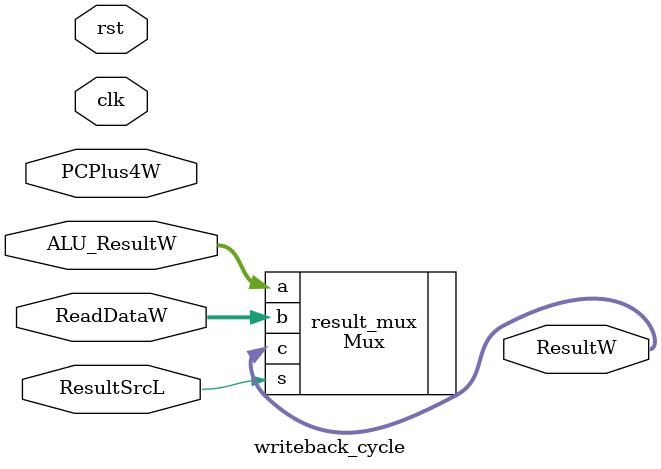
<source format=v>
`include "Mux.v"
module writeback_cycle(clk, rst, ResultSrcL, ReadDataW, PCPlus4W, ALU_ResultW,ResultW);
input clk, rst, ResultSrcL;
input [31:0] ReadDataW, PCPlus4W, ALU_ResultW;
output [31:0] ResultW;
Mux result_mux(
    .a(ALU_ResultW),
    .b(ReadDataW),
    .s(ResultSrcL),
    .c(ResultW)
    );

endmodule
</source>
